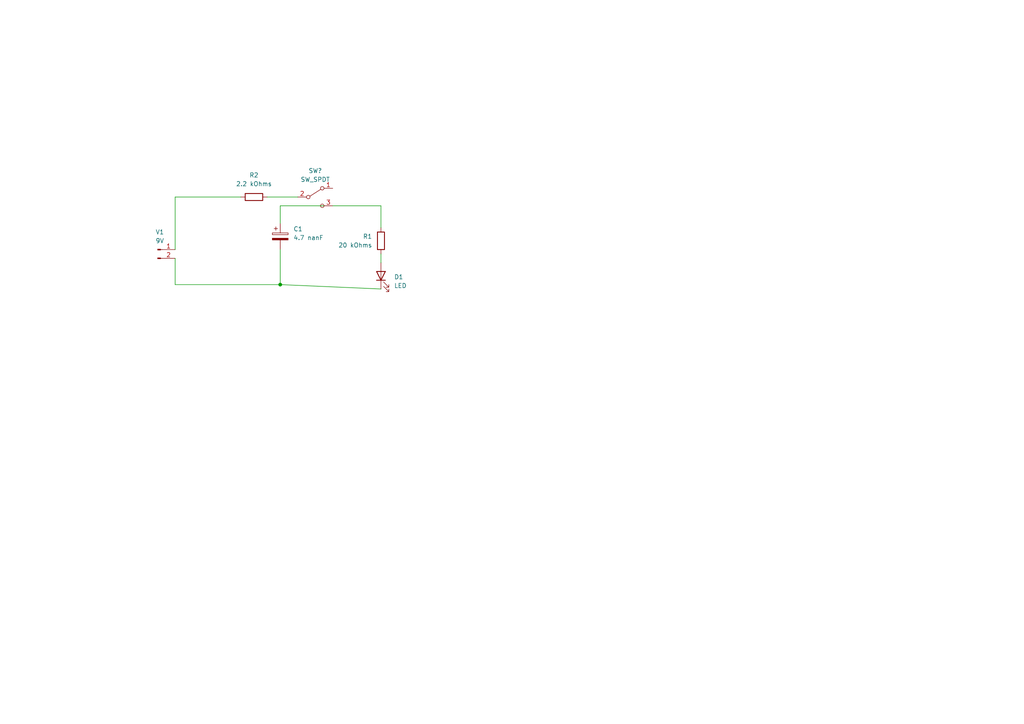
<source format=kicad_sch>
(kicad_sch (version 20211123) (generator eeschema)
  (paper "A4")
  (lib_symbols
    (symbol "Connector:Conn_01x02_Male" (pin_names (offset 1.016) hide)
      (property "Reference" "J" (at 0 2.54 0))
      (property "Value" "Conn_01x02_Male" (at 0 -5.08 0))
      (symbol "Conn_01x02_Male_1_1"
        (polyline (pts (xy 1.27 -2.54) (xy 0.8636 -2.54)) (stroke (width 0.1524)))
        (polyline (pts (xy 1.27 0) (xy 0.8636 0)) (stroke (width 0.1524)))
        (rectangle (start 0.8636 -2.413) (end 0 -2.667) (stroke (width 0.1524)) (fill (type outline)))
        (rectangle (start 0.8636 0.127) (end 0 -0.127) (stroke (width 0.1524)) (fill (type outline)))
        (pin passive line (at 5.08 0 180) (length 3.81) (name "Pin_1") (number "1"))
        (pin passive line (at 5.08 -2.54 180) (length 3.81) (name "Pin_2") (number "2"))
      )
    )
    (symbol "Device:C_Polarized" (pin_numbers hide) (pin_names (offset 0.254))
      (property "Reference" "C" (at 0.635 2.54 0))
      (property "Value" "C_Polarized" (at 0.635 -2.54 0))
      (symbol "C_Polarized_0_1"
        (rectangle (start -2.286 0.508) (end 2.286 1.016))
        (polyline (pts (xy -1.778 2.286) (xy -0.762 2.286)))
        (polyline (pts (xy -1.27 2.794) (xy -1.27 1.778)))
        (rectangle (start 2.286 -0.508) (end -2.286 -1.016) (fill (type outline)))
      )
      (symbol "C_Polarized_1_1"
        (pin passive line (at 0 3.81 270) (length 2.794) (name "~") (number "1"))
        (pin passive line (at 0 -3.81 90) (length 2.794) (name "~") (number "2"))
      )
    )
    (symbol "Device:LED" (pin_numbers hide) (pin_names (offset 1.016) hide)
      (property "Reference" "D" (at 0 2.54 0))
      (property "Value" "LED" (at 0 -2.54 0))
      (symbol "LED_0_1"
        (polyline (pts (xy -1.27 -1.27) (xy -1.27 1.27)) (stroke (width 0.254)))
        (polyline (pts (xy -1.27 0) (xy 1.27 0)))
        (polyline (pts (xy 1.27 -1.27) (xy 1.27 1.27) (xy -1.27 0) (xy 1.27 -1.27)) (stroke (width 0.254)))
        (polyline (pts (xy -3.048 -0.762) (xy -4.572 -2.286) (xy -3.81 -2.286) (xy -4.572 -2.286) (xy -4.572 -1.524)))
        (polyline (pts (xy -1.778 -0.762) (xy -3.302 -2.286) (xy -2.54 -2.286) (xy -3.302 -2.286) (xy -3.302 -1.524)))
      )
      (symbol "LED_1_1"
        (pin passive line (at -3.81 0 0) (length 2.54) (name "K") (number "1"))
        (pin passive line (at 3.81 0 180) (length 2.54) (name "A") (number "2"))
      )
    )
    (symbol "Device:R" (pin_numbers hide) (pin_names (offset 0))
      (property "Reference" "R" (at 2.032 0 90))
      (property "Value" "R" (at 0 0 90))
      (symbol "R_0_1"
        (rectangle (start -1.016 -2.54) (end 1.016 2.54) (stroke (width 0.254)))
      )
      (symbol "R_1_1"
        (pin passive line (at 0 3.81 270) (length 1.27) (name "~") (number "1"))
        (pin passive line (at 0 -3.81 90) (length 1.27) (name "~") (number "2"))
      )
    )
    (symbol "Switch:SW_SPDT" (pin_names (offset 0) hide)
      (property "Reference" "SW" (at 0 4.318 0))
      (property "Value" "SW_SPDT" (at 0 -5.08 0))
      (symbol "SW_SPDT_0_0"
        (circle (center -2.032 0) (radius 0.508))
        (circle (center 2.032 -2.54) (radius 0.508))
      )
      (symbol "SW_SPDT_0_1"
        (polyline (pts (xy -1.524 0.254) (xy 1.651 2.286)))
        (circle (center 2.032 2.54) (radius 0.508))
      )
      (symbol "SW_SPDT_1_1"
        (pin passive line (at 5.08 2.54 180) (length 2.54) (name "A") (number "1"))
        (pin passive line (at -5.08 0 0) (length 2.54) (name "B") (number "2"))
        (pin passive line (at 5.08 -2.54 180) (length 2.54) (name "C") (number "3"))
      )
    )
  )
  (junction (at 81.28 82.55))
  (wire (pts (xy 110.49 59.69) (xy 110.49 66.04)))
  (wire (pts (xy 50.8 72.39) (xy 50.8 57.15)))
  (wire (pts (xy 50.8 57.15) (xy 69.85 57.15)))
  (wire (pts (xy 81.28 72.39) (xy 81.28 82.55)))
  (wire (pts (xy 96.52 59.69) (xy 110.49 59.69)))
  (wire (pts (xy 93.98 59.69) (xy 81.28 59.69)))
  (wire (pts (xy 81.28 59.69) (xy 81.28 64.77)))
  (wire (pts (xy 50.8 82.55) (xy 81.28 82.55)))
  (wire (pts (xy 81.28 82.55) (xy 110.49 83.82)))
  (wire (pts (xy 77.47 57.15) (xy 86.36 57.15)))
  (wire (pts (xy 110.49 73.66) (xy 110.49 76.2)))
  (wire (pts (xy 50.8 82.55) (xy 50.8 74.93)))
  (symbol (lib_id "Connector:Conn_01x02_Male") (at 45.72 72.39 0) (unit 1)
    (property "Reference" "V1" (at 46.355 67.31 0))
    (property "Value" "9V" (at 46.355 69.85 0))
  )
  (symbol (lib_id "Device:R") (at 110.49 69.85 0) (mirror x) (unit 1)
    (property "Reference" "R1" (at 107.95 68.5799 0) (effects (justify right)))
    (property "Value" "20 kOhms" (at 107.95 71.1199 0) (effects (justify right)))
  )
  (symbol (lib_id "Device:LED") (at 110.49 80.01 90) (unit 1)
    (property "Reference" "D1" (at 114.3 80.3274 90) (effects (justify right)))
    (property "Value" "LED" (at 114.3 82.8674 90) (effects (justify right)))
  )
  (symbol (lib_id "Switch:SW_SPDT") (at 91.44 57.15 0) (unit 1)
    (property "Reference" "SW?" (at 91.44 49.53 0))
    (property "Value" "SW_SPDT" (at 91.44 52.07 0))
  )
  (symbol (lib_id "Device:C_Polarized") (at 81.28 68.58 0) (unit 1)
    (property "Reference" "C1" (at 85.09 66.4209 0) (effects (justify left)))
    (property "Value" "4.7 nanF" (at 85.09 68.9609 0) (effects (justify left)))
  )
  (symbol (lib_id "Device:R") (at 73.66 57.15 270) (mirror x) (unit 1)
    (property "Reference" "R2" (at 73.66 50.8 90))
    (property "Value" "2.2 kOhms" (at 73.66 53.34 90))
  )
)
</source>
